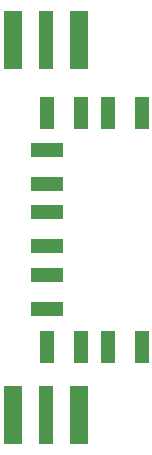
<source format=gbr>
%TF.GenerationSoftware,Altium Limited,Altium Designer,20.0.10 (225)*%
G04 Layer_Color=255*
%FSLAX26Y26*%
%MOIN*%
%TF.FileFunction,Pads,Top*%
%TF.Part,Single*%
G01*
G75*
%TA.AperFunction,SMDPad,CuDef*%
%ADD10R,0.049213X0.106299*%
%ADD11R,0.106299X0.049213*%
%ADD12R,0.062992X0.196850*%
%ADD13R,0.047244X0.196850*%
D10*
X4199453Y3700000D02*
D03*
X4311657D02*
D03*
X3997327D02*
D03*
X4109531D02*
D03*
X4199453Y4480000D02*
D03*
X4311657D02*
D03*
X3997327D02*
D03*
X4109531D02*
D03*
D11*
X3995000Y3940000D02*
D03*
Y3827795D02*
D03*
Y4148602D02*
D03*
Y4036398D02*
D03*
Y4356102D02*
D03*
Y4243898D02*
D03*
D12*
X4101398Y4722047D02*
D03*
X3883287D02*
D03*
Y3474803D02*
D03*
X4101398D02*
D03*
D13*
X3992342Y4722047D02*
D03*
Y3474803D02*
D03*
%TF.MD5,d155ea1f237d18f4e912487f62ec36d6*%
M02*

</source>
